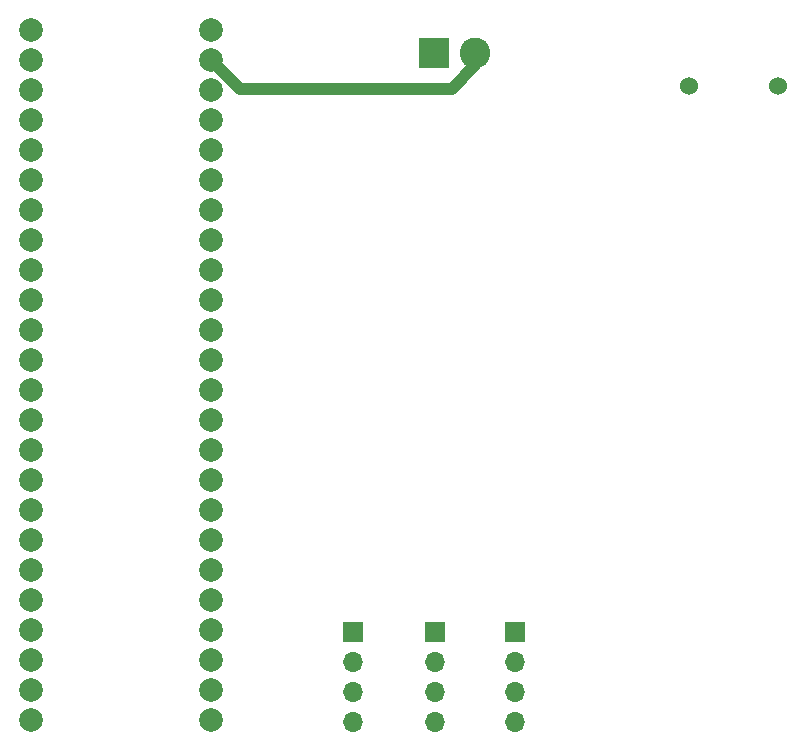
<source format=gbr>
%TF.GenerationSoftware,KiCad,Pcbnew,7.0.7*%
%TF.CreationDate,2024-01-17T14:09:09-05:00*%
%TF.ProjectId,Unified_Board,556e6966-6965-4645-9f42-6f6172642e6b,rev?*%
%TF.SameCoordinates,Original*%
%TF.FileFunction,Copper,L4,Bot*%
%TF.FilePolarity,Positive*%
%FSLAX46Y46*%
G04 Gerber Fmt 4.6, Leading zero omitted, Abs format (unit mm)*
G04 Created by KiCad (PCBNEW 7.0.7) date 2024-01-17 14:09:09*
%MOMM*%
%LPD*%
G01*
G04 APERTURE LIST*
%TA.AperFunction,ComponentPad*%
%ADD10R,1.700000X1.700000*%
%TD*%
%TA.AperFunction,ComponentPad*%
%ADD11O,1.700000X1.700000*%
%TD*%
%TA.AperFunction,ComponentPad*%
%ADD12R,2.600000X2.600000*%
%TD*%
%TA.AperFunction,ComponentPad*%
%ADD13C,2.600000*%
%TD*%
%TA.AperFunction,ComponentPad*%
%ADD14C,1.524000*%
%TD*%
%TA.AperFunction,ComponentPad*%
%ADD15C,2.000000*%
%TD*%
%TA.AperFunction,Conductor*%
%ADD16C,1.000000*%
%TD*%
G04 APERTURE END LIST*
D10*
%TO.P,J3,1,Pin_1*%
%TO.N,/3.3V*%
X107600000Y-96000000D03*
D11*
%TO.P,J3,2,Pin_2*%
%TO.N,/SCL*%
X107600000Y-98540000D03*
%TO.P,J3,3,Pin_3*%
%TO.N,/SDA*%
X107600000Y-101080000D03*
%TO.P,J3,4,Pin_4*%
%TO.N,GND*%
X107600000Y-103620000D03*
%TD*%
D12*
%TO.P,J1,1,Pin_1*%
%TO.N,Net-(J1-Pin_1)*%
X114500000Y-47000000D03*
D13*
%TO.P,J1,2,Pin_2*%
%TO.N,Net-(D6-K)*%
X118000000Y-47000000D03*
%TD*%
D14*
%TO.P,BZ1,1,-*%
%TO.N,Net-(BZ1--)*%
X136100000Y-49750000D03*
%TO.P,BZ1,2,+*%
%TO.N,GND*%
X143600000Y-49750000D03*
%TD*%
D10*
%TO.P,J2,1,Pin_1*%
%TO.N,/3.3V*%
X114600000Y-96000000D03*
D11*
%TO.P,J2,2,Pin_2*%
%TO.N,/Breakout_RX2*%
X114600000Y-98540000D03*
%TO.P,J2,3,Pin_3*%
%TO.N,/Breakout_TX2*%
X114600000Y-101080000D03*
%TO.P,J2,4,Pin_4*%
%TO.N,GND*%
X114600000Y-103620000D03*
%TD*%
D10*
%TO.P,J4,1,Pin_1*%
%TO.N,/3.3V*%
X121400000Y-96000000D03*
D11*
%TO.P,J4,2,Pin_2*%
%TO.N,/Breakout_RX1*%
X121400000Y-98540000D03*
%TO.P,J4,3,Pin_3*%
%TO.N,/Breakout_TX1*%
X121400000Y-101080000D03*
%TO.P,J4,4,Pin_4*%
%TO.N,GND*%
X121400000Y-103620000D03*
%TD*%
D15*
%TO.P,Teensy4.1,0,GND*%
%TO.N,GND*%
X80380000Y-44990000D03*
%TO.P,Teensy4.1,1,RX1*%
%TO.N,/Breakout_RX1*%
X80380000Y-47530000D03*
%TO.P,Teensy4.1,2,TX1*%
%TO.N,/Breakout_TX1*%
X80380000Y-50070000D03*
%TO.P,Teensy4.1,3,PWM*%
%TO.N,unconnected-(Teensy4.1-PWM-Pad3)*%
X80380000Y-52610000D03*
%TO.P,Teensy4.1,4,PWM*%
%TO.N,unconnected-(Teensy4.1-PWM-Pad4)*%
X80380000Y-55150000D03*
%TO.P,Teensy4.1,5,PWM*%
%TO.N,unconnected-(Teensy4.1-PWM-Pad5)*%
X80380000Y-57690000D03*
%TO.P,Teensy4.1,6,PWM*%
%TO.N,unconnected-(Teensy4.1-PWM-Pad6)*%
X80380000Y-60230000D03*
%TO.P,Teensy4.1,7,PWM*%
%TO.N,unconnected-(Teensy4.1-PWM-Pad7)*%
X80380000Y-62770000D03*
%TO.P,Teensy4.1,8,RX2*%
%TO.N,/Breakout_RX2*%
X80380000Y-65310000D03*
%TO.P,Teensy4.1,9,TX2*%
%TO.N,/Breakout_TX2*%
X80380000Y-67850000D03*
%TO.P,Teensy4.1,10,PWM*%
%TO.N,unconnected-(Teensy4.1-PWM-Pad10)*%
X80380000Y-70390000D03*
%TO.P,Teensy4.1,11,CS*%
%TO.N,unconnected-(Teensy4.1-CS-Pad11)*%
X80380000Y-72930000D03*
%TO.P,Teensy4.1,12,MOSI*%
%TO.N,unconnected-(Teensy4.1-MOSI-Pad12)*%
X80380000Y-75470000D03*
%TO.P,Teensy4.1,13,MISO*%
%TO.N,unconnected-(Teensy4.1-MISO-Pad13)*%
X80380000Y-78010000D03*
%TO.P,Teensy4.1,14,3.3V*%
%TO.N,unconnected-(Teensy4.1-3.3V-Pad14)*%
X80380000Y-80550000D03*
%TO.P,Teensy4.1,15,SCL2*%
%TO.N,unconnected-(Teensy4.1-SCL2-Pad15)*%
X80380000Y-83090000D03*
%TO.P,Teensy4.1,16,SDA2*%
%TO.N,unconnected-(Teensy4.1-SDA2-Pad16)*%
X80380000Y-85630000D03*
%TO.P,Teensy4.1,17,MOSI1*%
%TO.N,unconnected-(Teensy4.1-MOSI1-Pad17)*%
X80380000Y-88170000D03*
%TO.P,Teensy4.1,18,SCK1*%
%TO.N,unconnected-(Teensy4.1-SCK1-Pad18)*%
X80380000Y-90710000D03*
%TO.P,Teensy4.1,19,RX7*%
%TO.N,unconnected-(Teensy4.1-RX7-Pad19)*%
X80380000Y-93250000D03*
%TO.P,Teensy4.1,20,TX7*%
%TO.N,unconnected-(Teensy4.1-TX7-Pad20)*%
X80380000Y-95790000D03*
%TO.P,Teensy4.1,21,GPIO*%
%TO.N,unconnected-(Teensy4.1-GPIO-Pad21)*%
X80380000Y-98330000D03*
%TO.P,Teensy4.1,22,GPIO*%
%TO.N,unconnected-(Teensy4.1-GPIO-Pad22)*%
X80380000Y-100870000D03*
%TO.P,Teensy4.1,23,GPIO*%
%TO.N,unconnected-(Teensy4.1-GPIO-Pad23)*%
X80380000Y-103410000D03*
%TO.P,Teensy4.1,24,PWM*%
%TO.N,Net-(R14-Pad1)*%
X95620000Y-103410000D03*
%TO.P,Teensy4.1,25,RX8*%
%TO.N,unconnected-(Teensy4.1-RX8-Pad25)*%
X95620000Y-100870000D03*
%TO.P,Teensy4.1,26,TX8*%
%TO.N,unconnected-(Teensy4.1-TX8-Pad26)*%
X95620000Y-98330000D03*
%TO.P,Teensy4.1,27,PWM*%
%TO.N,/BMP_I2C_ADDR*%
X95620000Y-95790000D03*
%TO.P,Teensy4.1,28,PWM*%
%TO.N,/BMP_INT*%
X95620000Y-93250000D03*
%TO.P,Teensy4.1,29,CS1*%
%TO.N,unconnected-(Teensy4.1-CS1-Pad29)*%
X95620000Y-90710000D03*
%TO.P,Teensy4.1,30,MISO*%
%TO.N,unconnected-(Teensy4.1-MISO-Pad30)*%
X95620000Y-88170000D03*
%TO.P,Teensy4.1,31,A16*%
%TO.N,unconnected-(Teensy4.1-A16-Pad31)*%
X95620000Y-85630000D03*
%TO.P,Teensy4.1,32,A17*%
%TO.N,unconnected-(Teensy4.1-A17-Pad32)*%
X95620000Y-83090000D03*
%TO.P,Teensy4.1,33,GND*%
%TO.N,unconnected-(Teensy4.1-GND-Pad33)*%
X95620000Y-80550000D03*
%TO.P,Teensy4.1,34,SCK*%
%TO.N,unconnected-(Teensy4.1-SCK-Pad34)*%
X95620000Y-78010000D03*
%TO.P,Teensy4.1,35,A0*%
%TO.N,unconnected-(Teensy4.1-A0-Pad35)*%
X95620000Y-75470000D03*
%TO.P,Teensy4.1,36,A1*%
%TO.N,unconnected-(Teensy4.1-A1-Pad36)*%
X95620000Y-72930000D03*
%TO.P,Teensy4.1,37,A2*%
%TO.N,unconnected-(Teensy4.1-A2-Pad37)*%
X95620000Y-70390000D03*
%TO.P,Teensy4.1,38,A3*%
%TO.N,unconnected-(Teensy4.1-A3-Pad38)*%
X95620000Y-67850000D03*
%TO.P,Teensy4.1,39,SDA*%
%TO.N,/SDA*%
X95620000Y-65310000D03*
%TO.P,Teensy4.1,40,SCL*%
%TO.N,/SCL*%
X95620000Y-62770000D03*
%TO.P,Teensy4.1,41,TX5*%
%TO.N,unconnected-(Teensy4.1-TX5-Pad41)*%
X95620000Y-60230000D03*
%TO.P,Teensy4.1,42,RX5*%
%TO.N,unconnected-(Teensy4.1-RX5-Pad42)*%
X95620000Y-57690000D03*
%TO.P,Teensy4.1,43,PWM*%
%TO.N,unconnected-(Teensy4.1-PWM-Pad43)*%
X95620000Y-55150000D03*
%TO.P,Teensy4.1,44,PWM*%
%TO.N,unconnected-(Teensy4.1-PWM-Pad44)*%
X95620000Y-52610000D03*
%TO.P,Teensy4.1,45,3.3V*%
%TO.N,/3.3V*%
X95620000Y-50070000D03*
%TO.P,Teensy4.1,46,GND*%
%TO.N,Net-(D6-K)*%
X95620000Y-47530000D03*
%TO.P,Teensy4.1,47,Vin*%
%TO.N,Net-(J1-Pin_1)*%
X95620000Y-44990000D03*
%TD*%
D16*
%TO.N,Net-(D6-K)*%
X118000000Y-48000000D02*
X116000000Y-50000000D01*
X116000000Y-50000000D02*
X98090000Y-50000000D01*
X118000000Y-47000000D02*
X118000000Y-48000000D01*
X98090000Y-50000000D02*
X95620000Y-47530000D01*
%TD*%
M02*

</source>
